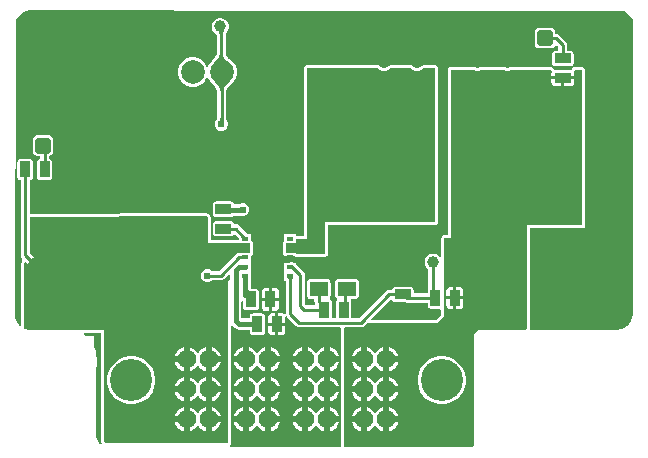
<source format=gtl>
G04*
G04 #@! TF.GenerationSoftware,Altium Limited,Altium Designer,23.5.1 (21)*
G04*
G04 Layer_Physical_Order=1*
G04 Layer_Color=255*
%FSLAX25Y25*%
%MOIN*%
G70*
G04*
G04 #@! TF.SameCoordinates,86227DCE-1063-40F1-909C-4B7B8863FCA1*
G04*
G04*
G04 #@! TF.FilePolarity,Positive*
G04*
G01*
G75*
%ADD13C,0.01000*%
G04:AMPARAMS|DCode=30|XSize=55.12mil|YSize=35.43mil|CornerRadius=2.66mil|HoleSize=0mil|Usage=FLASHONLY|Rotation=270.000|XOffset=0mil|YOffset=0mil|HoleType=Round|Shape=RoundedRectangle|*
%AMROUNDEDRECTD30*
21,1,0.05512,0.03012,0,0,270.0*
21,1,0.04980,0.03543,0,0,270.0*
1,1,0.00532,-0.01506,-0.02490*
1,1,0.00532,-0.01506,0.02490*
1,1,0.00532,0.01506,0.02490*
1,1,0.00532,0.01506,-0.02490*
%
%ADD30ROUNDEDRECTD30*%
G04:AMPARAMS|DCode=31|XSize=49.21mil|YSize=62.99mil|CornerRadius=4.92mil|HoleSize=0mil|Usage=FLASHONLY|Rotation=270.000|XOffset=0mil|YOffset=0mil|HoleType=Round|Shape=RoundedRectangle|*
%AMROUNDEDRECTD31*
21,1,0.04921,0.05315,0,0,270.0*
21,1,0.03937,0.06299,0,0,270.0*
1,1,0.00984,-0.02657,-0.01968*
1,1,0.00984,-0.02657,0.01968*
1,1,0.00984,0.02657,0.01968*
1,1,0.00984,0.02657,-0.01968*
%
%ADD31ROUNDEDRECTD31*%
G04:AMPARAMS|DCode=32|XSize=62.99mil|YSize=118.11mil|CornerRadius=4.72mil|HoleSize=0mil|Usage=FLASHONLY|Rotation=270.000|XOffset=0mil|YOffset=0mil|HoleType=Round|Shape=RoundedRectangle|*
%AMROUNDEDRECTD32*
21,1,0.06299,0.10866,0,0,270.0*
21,1,0.05354,0.11811,0,0,270.0*
1,1,0.00945,-0.05433,-0.02677*
1,1,0.00945,-0.05433,0.02677*
1,1,0.00945,0.05433,0.02677*
1,1,0.00945,0.05433,-0.02677*
%
%ADD32ROUNDEDRECTD32*%
G04:AMPARAMS|DCode=33|XSize=55.12mil|YSize=35.43mil|CornerRadius=2.66mil|HoleSize=0mil|Usage=FLASHONLY|Rotation=180.000|XOffset=0mil|YOffset=0mil|HoleType=Round|Shape=RoundedRectangle|*
%AMROUNDEDRECTD33*
21,1,0.05512,0.03012,0,0,180.0*
21,1,0.04980,0.03543,0,0,180.0*
1,1,0.00532,-0.02490,0.01506*
1,1,0.00532,0.02490,0.01506*
1,1,0.00532,0.02490,-0.01506*
1,1,0.00532,-0.02490,-0.01506*
%
%ADD33ROUNDEDRECTD33*%
G04:AMPARAMS|DCode=34|XSize=51.18mil|YSize=51.18mil|CornerRadius=5.12mil|HoleSize=0mil|Usage=FLASHONLY|Rotation=180.000|XOffset=0mil|YOffset=0mil|HoleType=Round|Shape=RoundedRectangle|*
%AMROUNDEDRECTD34*
21,1,0.05118,0.04095,0,0,180.0*
21,1,0.04095,0.05118,0,0,180.0*
1,1,0.01024,-0.02047,0.02047*
1,1,0.01024,0.02047,0.02047*
1,1,0.01024,0.02047,-0.02047*
1,1,0.01024,-0.02047,-0.02047*
%
%ADD34ROUNDEDRECTD34*%
%ADD35R,0.15748X0.15748*%
%ADD36R,0.09843X0.09055*%
%ADD37R,0.02362X0.01181*%
%ADD38R,0.10236X0.11811*%
%ADD39C,0.03937*%
G04:AMPARAMS|DCode=40|XSize=49.21mil|YSize=62.99mil|CornerRadius=4.92mil|HoleSize=0mil|Usage=FLASHONLY|Rotation=180.000|XOffset=0mil|YOffset=0mil|HoleType=Round|Shape=RoundedRectangle|*
%AMROUNDEDRECTD40*
21,1,0.04921,0.05315,0,0,180.0*
21,1,0.03937,0.06299,0,0,180.0*
1,1,0.00984,-0.01968,0.02657*
1,1,0.00984,0.01968,0.02657*
1,1,0.00984,0.01968,-0.02657*
1,1,0.00984,-0.01968,-0.02657*
%
%ADD40ROUNDEDRECTD40*%
%ADD41C,0.01800*%
%ADD42C,0.01700*%
%ADD43C,0.06142*%
%ADD44C,0.14016*%
%ADD45C,0.10000*%
%ADD46C,0.07874*%
%ADD47C,0.05000*%
%ADD48C,0.02400*%
%ADD49C,0.02800*%
G36*
X213900Y-140100D02*
X195500D01*
X195400Y-140000D01*
Y-174568D01*
X195046Y-174921D01*
X185203Y-174893D01*
X185150Y-174903D01*
X185097Y-174895D01*
X184570Y-174921D01*
X184423Y-174958D01*
X184272D01*
X184061Y-175000D01*
X179207D01*
X177832Y-176375D01*
Y-181569D01*
X177803Y-181688D01*
X177777Y-182216D01*
X177784Y-182268D01*
X177774Y-182320D01*
X177831Y-212947D01*
X177832Y-212954D01*
Y-213068D01*
X177790Y-213288D01*
X177706Y-213494D01*
X177584Y-213679D01*
X177427Y-213837D01*
X177243Y-213961D01*
X177243Y-213961D01*
X134839D01*
X134700Y-213519D01*
Y-180700D01*
X134540Y-174387D01*
X134889Y-174029D01*
X140300D01*
X140885Y-173913D01*
X141381Y-173581D01*
X142163Y-172800D01*
X165700D01*
X168000Y-170500D01*
Y-144239D01*
X170100D01*
Y-88400D01*
X178166D01*
X178539Y-88500D01*
X179461D01*
X179834Y-88400D01*
X188166D01*
X188539Y-88500D01*
X189461D01*
X189834Y-88400D01*
X203583D01*
X203850Y-88900D01*
X203818Y-88948D01*
X203719Y-89442D01*
Y-90448D01*
X207500D01*
X211281D01*
Y-89442D01*
X211182Y-88948D01*
X211150Y-88900D01*
X211418Y-88400D01*
X213900D01*
Y-140100D01*
D02*
G37*
G36*
X89100Y-137454D02*
Y-145800D01*
X89300Y-146000D01*
X100977D01*
X101129Y-146030D01*
X101720D01*
X101871Y-146000D01*
X103282D01*
Y-149409D01*
X102339D01*
X102305Y-149387D01*
X101720Y-149271D01*
X99500D01*
X98915Y-149387D01*
X98419Y-149719D01*
X92766Y-155371D01*
X90582D01*
X90246Y-155035D01*
X89438Y-154700D01*
X88562D01*
X87754Y-155035D01*
X87135Y-155654D01*
X86800Y-156462D01*
Y-157338D01*
X87135Y-158146D01*
X87754Y-158765D01*
X88562Y-159100D01*
X89438D01*
X90246Y-158765D01*
X90582Y-158429D01*
X93400D01*
X93985Y-158313D01*
X94481Y-157981D01*
X96152Y-156311D01*
X96614Y-156502D01*
Y-158200D01*
X96500D01*
X95900Y-158800D01*
Y-212600D01*
X55100D01*
X54700Y-212200D01*
Y-175000D01*
X43911D01*
X43824Y-174983D01*
X43673D01*
X43526Y-174946D01*
X42808Y-174911D01*
X42751Y-174919D01*
X42695Y-174908D01*
X29899Y-174993D01*
X29863Y-175000D01*
X29471D01*
X28491Y-174805D01*
X28000Y-174602D01*
Y-152616D01*
X28462Y-152425D01*
X30419Y-154381D01*
X30915Y-154713D01*
X31500Y-154829D01*
X32085Y-154713D01*
X32581Y-154381D01*
X32913Y-153885D01*
X33029Y-153300D01*
X32913Y-152715D01*
X32581Y-152219D01*
X29781Y-149418D01*
Y-137212D01*
X88746Y-137101D01*
X89100Y-137454D01*
D02*
G37*
G36*
X117585Y-157676D02*
X117500Y-157706D01*
X117425Y-157757D01*
X117360Y-157828D01*
X117305Y-157919D01*
X117260Y-158030D01*
X117225Y-158162D01*
X117200Y-158313D01*
X117185Y-158485D01*
X117180Y-158678D01*
X116180D01*
X116175Y-158485D01*
X116160Y-158313D01*
X116135Y-158162D01*
X116100Y-158030D01*
X116055Y-157919D01*
X116000Y-157828D01*
X115935Y-157757D01*
X115860Y-157706D01*
X115775Y-157676D01*
X115680Y-157666D01*
X117680D01*
X117585Y-157676D01*
D02*
G37*
G36*
X150696Y-164967D02*
X150706Y-165018D01*
X150942Y-165371D01*
X151294Y-165606D01*
X151710Y-165689D01*
X154782D01*
X154818Y-165713D01*
X155403Y-165829D01*
X162408D01*
Y-166790D01*
X162490Y-167206D01*
X162726Y-167559D01*
X163078Y-167794D01*
X163494Y-167877D01*
X166506D01*
X166980Y-168292D01*
Y-170078D01*
X165278Y-171780D01*
X143836D01*
X143644Y-171318D01*
X150154Y-164808D01*
X150696Y-164967D01*
D02*
G37*
G36*
X126573Y-68539D02*
X126574Y-68539D01*
X126575Y-68539D01*
X226461Y-68539D01*
X226900D01*
X227760Y-68711D01*
X228570Y-69046D01*
X229298Y-69533D01*
X229919Y-70153D01*
X230405Y-70882D01*
X230741Y-71692D01*
X230912Y-72552D01*
Y-72989D01*
X230882Y-169266D01*
X230882Y-169266D01*
X230882Y-169266D01*
Y-169832D01*
X230661Y-170941D01*
X230228Y-171986D01*
X229600Y-172927D01*
X228800Y-173726D01*
X227859Y-174355D01*
X226814Y-174788D01*
X225705Y-175008D01*
X225142D01*
X196829Y-174927D01*
X196425Y-174575D01*
X196420Y-174568D01*
Y-141120D01*
X213900D01*
X214290Y-141042D01*
X214621Y-140821D01*
X214842Y-140490D01*
X214920Y-140100D01*
Y-88400D01*
X214842Y-88010D01*
X214621Y-87679D01*
X214290Y-87458D01*
X213900Y-87380D01*
X211418D01*
X211271Y-87410D01*
X211122Y-87424D01*
X211077Y-87448D01*
X211027Y-87458D01*
X210903Y-87541D01*
X210771Y-87612D01*
X210739Y-87651D01*
X210697Y-87679D01*
X210613Y-87804D01*
X210518Y-87919D01*
X210257Y-88408D01*
X209990Y-88355D01*
X205010D01*
X204743Y-88408D01*
X204482Y-87919D01*
X204387Y-87804D01*
X204304Y-87679D01*
X204261Y-87651D01*
X204229Y-87612D01*
X204097Y-87541D01*
X203973Y-87458D01*
X203923Y-87448D01*
X203878Y-87424D01*
X203729Y-87410D01*
X203583Y-87380D01*
X189834D01*
X189703Y-87406D01*
X189570Y-87415D01*
X189327Y-87480D01*
X188673D01*
X188430Y-87415D01*
X188297Y-87406D01*
X188166Y-87380D01*
X179834D01*
X179703Y-87406D01*
X179570Y-87415D01*
X179326Y-87480D01*
X178674D01*
X178430Y-87415D01*
X178297Y-87406D01*
X178166Y-87380D01*
X170100D01*
X169710Y-87458D01*
X169379Y-87679D01*
X169158Y-88010D01*
X169080Y-88400D01*
Y-143220D01*
X168000D01*
X167610Y-143297D01*
X167279Y-143518D01*
X167058Y-143849D01*
X166980Y-144239D01*
Y-150579D01*
X166480Y-150713D01*
X166415Y-150600D01*
X165900Y-150085D01*
X165269Y-149720D01*
X164565Y-149531D01*
X163836D01*
X163131Y-149720D01*
X162500Y-150085D01*
X161985Y-150600D01*
X161620Y-151231D01*
X161432Y-151936D01*
Y-152664D01*
X161620Y-153369D01*
X161985Y-154000D01*
X162500Y-154515D01*
X162671Y-154614D01*
Y-161124D01*
X162490Y-161394D01*
X162408Y-161810D01*
Y-162771D01*
X157777D01*
Y-161591D01*
X157694Y-161175D01*
X157458Y-160822D01*
X157106Y-160587D01*
X156690Y-160504D01*
X151710D01*
X151294Y-160587D01*
X150942Y-160822D01*
X150706Y-161175D01*
X150628Y-161567D01*
X149704D01*
X149118Y-161683D01*
X148622Y-162015D01*
X139666Y-170971D01*
X137256D01*
X137004Y-170663D01*
Y-165683D01*
X136921Y-165267D01*
X136807Y-165096D01*
X137041Y-164596D01*
X138210D01*
X138715Y-164496D01*
X139142Y-164211D01*
X139428Y-163783D01*
X139528Y-163279D01*
Y-159342D01*
X139428Y-158838D01*
X139142Y-158411D01*
X138715Y-158125D01*
X138210Y-158025D01*
X132896D01*
X132391Y-158125D01*
X131964Y-158411D01*
X131678Y-158838D01*
X131578Y-159342D01*
Y-163279D01*
X131678Y-163783D01*
X131964Y-164211D01*
X132127Y-164320D01*
X132137Y-164914D01*
X132135Y-164916D01*
X131901Y-165267D01*
X131818Y-165683D01*
Y-170663D01*
X131566Y-170971D01*
X130760D01*
X130508Y-170663D01*
Y-165683D01*
X130425Y-165267D01*
X130189Y-164914D01*
X129889Y-164714D01*
X129810Y-164444D01*
X129778Y-164157D01*
X130028Y-163783D01*
X130128Y-163279D01*
Y-159342D01*
X130028Y-158838D01*
X129742Y-158411D01*
X129315Y-158125D01*
X128810Y-158025D01*
X123495D01*
X122991Y-158125D01*
X122564Y-158411D01*
X122278Y-158838D01*
X122178Y-159342D01*
Y-163279D01*
X122278Y-163783D01*
X122564Y-164211D01*
X122991Y-164496D01*
X123495Y-164596D01*
X124624D01*
Y-165427D01*
X124740Y-166012D01*
X124828Y-166143D01*
X124561Y-166643D01*
X121806D01*
X121529Y-166367D01*
Y-156679D01*
X121413Y-156094D01*
X121081Y-155597D01*
X118661Y-153177D01*
Y-152559D01*
X117890D01*
X117856Y-152537D01*
X117271Y-152420D01*
X116680D01*
X116095Y-152537D01*
X116061Y-152559D01*
X114699D01*
Y-155340D01*
X114699D01*
Y-155709D01*
X114699D01*
Y-157453D01*
X114666Y-157558D01*
X114671Y-157612D01*
X114661Y-157666D01*
X114689Y-157809D01*
X114699Y-157920D01*
Y-158490D01*
X115107D01*
X115151Y-158526D01*
Y-169494D01*
X115173Y-169605D01*
X114702Y-169800D01*
X114567Y-169597D01*
X114148Y-169317D01*
X113654Y-169219D01*
X112648D01*
Y-172500D01*
X114945D01*
Y-170510D01*
X114941Y-170491D01*
X115412Y-170296D01*
X115599Y-170576D01*
X118604Y-173581D01*
X119100Y-173913D01*
X119686Y-174029D01*
X133123D01*
X133481Y-174364D01*
X133521Y-174413D01*
X133680Y-180713D01*
Y-213499D01*
X133678Y-213522D01*
X133454Y-213873D01*
X133296Y-213998D01*
X96622Y-213921D01*
X96471Y-213421D01*
X96621Y-213321D01*
X96842Y-212990D01*
X96920Y-212600D01*
Y-173798D01*
X97420Y-173591D01*
X98162Y-174334D01*
X98774Y-174743D01*
X99496Y-174886D01*
X103059D01*
Y-175490D01*
X103142Y-175906D01*
X103378Y-176259D01*
X103730Y-176494D01*
X104146Y-176577D01*
X107158D01*
X107574Y-176494D01*
X107926Y-176259D01*
X108162Y-175906D01*
X108245Y-175490D01*
Y-170510D01*
X108162Y-170094D01*
X107926Y-169741D01*
X107574Y-169506D01*
X107158Y-169423D01*
X104146D01*
X103730Y-169506D01*
X103378Y-169741D01*
X103142Y-170094D01*
X103059Y-170510D01*
Y-171114D01*
X100386D01*
Y-165645D01*
X100886Y-165361D01*
X100959Y-165405D01*
Y-167290D01*
X101042Y-167706D01*
X101278Y-168059D01*
X101630Y-168294D01*
X102046Y-168377D01*
X105058D01*
X105474Y-168294D01*
X105826Y-168059D01*
X106062Y-167706D01*
X106144Y-167290D01*
Y-162310D01*
X106062Y-161894D01*
X105826Y-161541D01*
X105474Y-161306D01*
X105058Y-161223D01*
X103830D01*
X103606Y-160999D01*
Y-158490D01*
X103701D01*
Y-155709D01*
X103701D01*
Y-155340D01*
X103701D01*
Y-152691D01*
X103701Y-152559D01*
X103701D01*
Y-152190D01*
X103701D01*
Y-150332D01*
X104003Y-150130D01*
X104224Y-149800D01*
X104302Y-149409D01*
Y-146000D01*
X104224Y-145610D01*
X104003Y-145279D01*
X103701Y-145077D01*
Y-143110D01*
X102369D01*
X102120Y-142738D01*
X99489Y-140108D01*
X98993Y-139776D01*
X98408Y-139660D01*
X97900D01*
X97822Y-139267D01*
X97587Y-138915D01*
X97234Y-138679D01*
X96818Y-138596D01*
X91838D01*
X91422Y-138679D01*
X91070Y-138915D01*
X90834Y-139267D01*
X90751Y-139683D01*
Y-142695D01*
X90834Y-143111D01*
X91070Y-143463D01*
X91422Y-143699D01*
X91838Y-143781D01*
X96818D01*
X97234Y-143699D01*
X97587Y-143463D01*
X97677Y-143328D01*
X98272Y-143216D01*
X99520Y-144464D01*
X99546Y-144594D01*
X99229Y-144980D01*
X90120D01*
Y-137454D01*
X90119Y-137453D01*
X90120Y-137453D01*
X90080Y-137257D01*
X90042Y-137064D01*
X90042Y-137063D01*
X90042Y-137063D01*
X89932Y-136899D01*
X89821Y-136733D01*
X89820Y-136733D01*
X89820Y-136732D01*
X89466Y-136379D01*
X89466Y-136379D01*
X89466Y-136378D01*
X89299Y-136267D01*
X89135Y-136158D01*
X89135Y-136158D01*
X89135Y-136158D01*
X88937Y-136119D01*
X88745Y-136081D01*
X88745Y-136081D01*
X88744Y-136081D01*
X30135Y-136192D01*
X29781Y-135839D01*
Y-124972D01*
X30174Y-124894D01*
X30526Y-124659D01*
X30762Y-124306D01*
X30845Y-123890D01*
Y-118910D01*
X30762Y-118494D01*
X30526Y-118141D01*
X30174Y-117906D01*
X29758Y-117823D01*
X26746D01*
X26330Y-117906D01*
X25978Y-118141D01*
X25742Y-118494D01*
X25659Y-118910D01*
Y-123890D01*
X25742Y-124306D01*
X25978Y-124659D01*
X26330Y-124894D01*
X26723Y-124972D01*
Y-150052D01*
X26839Y-150637D01*
X27171Y-151133D01*
X27310Y-151273D01*
X27279Y-151895D01*
X27058Y-152226D01*
X26980Y-152616D01*
Y-173372D01*
X26480Y-173580D01*
X26126Y-173225D01*
X25592Y-172426D01*
X25225Y-171539D01*
X25038Y-170597D01*
Y-170118D01*
X25074Y-73380D01*
X25074Y-73380D01*
X25074Y-73379D01*
Y-72892D01*
X25264Y-71938D01*
X25637Y-71038D01*
X26177Y-70229D01*
X26866Y-69541D01*
X27675Y-69000D01*
X28575Y-68627D01*
X29530Y-68437D01*
X30014D01*
X126573Y-68539D01*
D02*
G37*
G36*
X53680Y-212200D02*
X53758Y-212590D01*
X53866Y-212752D01*
X53506Y-213113D01*
X53365Y-213019D01*
X52856Y-212509D01*
X52455Y-211910D01*
X52180Y-211245D01*
X52039Y-210538D01*
Y-210177D01*
X52039Y-210177D01*
X52039Y-210177D01*
X52039Y-190220D01*
X52076Y-184290D01*
X52065Y-184233D01*
X52074Y-184177D01*
X52039Y-183458D01*
X52002Y-183312D01*
Y-183160D01*
X51722Y-181751D01*
X51645Y-181566D01*
X51606Y-181369D01*
X51100Y-180148D01*
Y-177000D01*
X48575D01*
X48491Y-176916D01*
X47898Y-176520D01*
X48050Y-176020D01*
X53680D01*
Y-212200D01*
D02*
G37*
%LPC*%
G36*
X211281Y-91448D02*
X208000D01*
Y-93744D01*
X209990D01*
X210484Y-93646D01*
X210903Y-93366D01*
X211182Y-92948D01*
X211281Y-92454D01*
Y-91448D01*
D02*
G37*
G36*
X207000D02*
X203719D01*
Y-92454D01*
X203818Y-92948D01*
X204097Y-93366D01*
X204516Y-93646D01*
X205010Y-93744D01*
X207000D01*
Y-91448D01*
D02*
G37*
G36*
X173002Y-160519D02*
X171996D01*
Y-163800D01*
X174293D01*
Y-161810D01*
X174194Y-161316D01*
X173915Y-160897D01*
X173496Y-160617D01*
X173002Y-160519D01*
D02*
G37*
G36*
X170996D02*
X169990D01*
X169496Y-160617D01*
X169078Y-160897D01*
X168798Y-161316D01*
X168700Y-161810D01*
Y-163800D01*
X170996D01*
Y-160519D01*
D02*
G37*
G36*
X174293Y-164800D02*
X171996D01*
Y-168081D01*
X173002D01*
X173496Y-167982D01*
X173915Y-167703D01*
X174194Y-167284D01*
X174293Y-166790D01*
Y-164800D01*
D02*
G37*
G36*
X170996D02*
X168700D01*
Y-166790D01*
X168798Y-167284D01*
X169078Y-167703D01*
X169496Y-167982D01*
X169990Y-168081D01*
X170996D01*
Y-164800D01*
D02*
G37*
G36*
X147600Y-180754D02*
X147029Y-180907D01*
X146100Y-181442D01*
X145343Y-182200D01*
X145149Y-182535D01*
X144649D01*
X144456Y-182200D01*
X143698Y-181442D01*
X142770Y-180907D01*
X142198Y-180754D01*
Y-184700D01*
Y-188646D01*
X142770Y-188493D01*
X143698Y-187958D01*
X144456Y-187200D01*
X144649Y-186865D01*
X145149D01*
X145343Y-187200D01*
X146100Y-187958D01*
X147029Y-188493D01*
X147600Y-188646D01*
Y-184700D01*
Y-180754D01*
D02*
G37*
G36*
X149600D02*
Y-183700D01*
X152547D01*
X152393Y-183129D01*
X151857Y-182200D01*
X151100Y-181442D01*
X150171Y-180907D01*
X149600Y-180754D01*
D02*
G37*
G36*
X140198D02*
X139627Y-180907D01*
X138699Y-181442D01*
X137941Y-182200D01*
X137405Y-183129D01*
X137252Y-183700D01*
X140198D01*
Y-180754D01*
D02*
G37*
G36*
X152547Y-185700D02*
X149600D01*
Y-188646D01*
X150171Y-188493D01*
X151100Y-187958D01*
X151857Y-187200D01*
X152393Y-186271D01*
X152547Y-185700D01*
D02*
G37*
G36*
X140198D02*
X137252D01*
X137405Y-186271D01*
X137941Y-187200D01*
X138699Y-187958D01*
X139627Y-188493D01*
X140198Y-188646D01*
Y-185700D01*
D02*
G37*
G36*
X147600Y-190753D02*
X147029Y-190907D01*
X146100Y-191443D01*
X145343Y-192200D01*
X145149Y-192535D01*
X144649D01*
X144456Y-192200D01*
X143698Y-191443D01*
X142770Y-190907D01*
X142198Y-190753D01*
Y-194700D01*
Y-198646D01*
X142770Y-198493D01*
X143698Y-197958D01*
X144456Y-197200D01*
X144649Y-196865D01*
X145149D01*
X145343Y-197200D01*
X146100Y-197958D01*
X147029Y-198493D01*
X147600Y-198646D01*
Y-194700D01*
Y-190753D01*
D02*
G37*
G36*
X149600D02*
Y-193700D01*
X152547D01*
X152393Y-193129D01*
X151857Y-192200D01*
X151100Y-191443D01*
X150171Y-190907D01*
X149600Y-190753D01*
D02*
G37*
G36*
X140198D02*
X139627Y-190907D01*
X138699Y-191443D01*
X137941Y-192200D01*
X137405Y-193129D01*
X137252Y-193700D01*
X140198D01*
Y-190753D01*
D02*
G37*
G36*
X152547Y-195700D02*
X149600D01*
Y-198646D01*
X150171Y-198493D01*
X151100Y-197958D01*
X151857Y-197200D01*
X152393Y-196271D01*
X152547Y-195700D01*
D02*
G37*
G36*
X140198D02*
X137252D01*
X137405Y-196271D01*
X137941Y-197200D01*
X138699Y-197958D01*
X139627Y-198493D01*
X140198Y-198646D01*
Y-195700D01*
D02*
G37*
G36*
X167893Y-183700D02*
X166315D01*
X164768Y-184008D01*
X163311Y-184611D01*
X161999Y-185488D01*
X160884Y-186603D01*
X160007Y-187915D01*
X159404Y-189372D01*
X159096Y-190919D01*
Y-192497D01*
X159404Y-194044D01*
X160007Y-195501D01*
X160884Y-196813D01*
X161999Y-197928D01*
X163311Y-198804D01*
X164768Y-199408D01*
X166315Y-199716D01*
X167893D01*
X169440Y-199408D01*
X170897Y-198804D01*
X172209Y-197928D01*
X173324Y-196813D01*
X174200Y-195501D01*
X174804Y-194044D01*
X175112Y-192497D01*
Y-190919D01*
X174804Y-189372D01*
X174200Y-187915D01*
X173324Y-186603D01*
X172209Y-185488D01*
X170897Y-184611D01*
X169440Y-184008D01*
X167893Y-183700D01*
D02*
G37*
G36*
X147600Y-200753D02*
X147029Y-200907D01*
X146100Y-201443D01*
X145343Y-202200D01*
X145149Y-202535D01*
X144649D01*
X144456Y-202200D01*
X143698Y-201443D01*
X142770Y-200907D01*
X142198Y-200753D01*
Y-204700D01*
Y-208646D01*
X142770Y-208493D01*
X143698Y-207958D01*
X144456Y-207200D01*
X144649Y-206865D01*
X145149D01*
X145343Y-207200D01*
X146100Y-207958D01*
X147029Y-208493D01*
X147600Y-208646D01*
Y-204700D01*
Y-200753D01*
D02*
G37*
G36*
X149600D02*
Y-203700D01*
X152547D01*
X152393Y-203129D01*
X151857Y-202200D01*
X151100Y-201443D01*
X150171Y-200907D01*
X149600Y-200753D01*
D02*
G37*
G36*
X140198D02*
X139627Y-200907D01*
X138699Y-201443D01*
X137941Y-202200D01*
X137405Y-203129D01*
X137252Y-203700D01*
X140198D01*
Y-200753D01*
D02*
G37*
G36*
X152547Y-205700D02*
X149600D01*
Y-208646D01*
X150171Y-208493D01*
X151100Y-207958D01*
X151857Y-207200D01*
X152393Y-206271D01*
X152547Y-205700D01*
D02*
G37*
G36*
X140198D02*
X137252D01*
X137405Y-206271D01*
X137941Y-207200D01*
X138699Y-207958D01*
X139627Y-208493D01*
X140198Y-208646D01*
Y-205700D01*
D02*
G37*
G36*
X88545Y-180754D02*
X87974Y-180907D01*
X87045Y-181442D01*
X86287Y-182200D01*
X86094Y-182535D01*
X85594D01*
X85401Y-182200D01*
X84643Y-181442D01*
X83715Y-180907D01*
X83143Y-180754D01*
Y-184700D01*
Y-188646D01*
X83715Y-188493D01*
X84643Y-187958D01*
X85401Y-187200D01*
X85594Y-186865D01*
X86094D01*
X86287Y-187200D01*
X87045Y-187958D01*
X87974Y-188493D01*
X88545Y-188646D01*
Y-184700D01*
Y-180754D01*
D02*
G37*
G36*
X90545D02*
Y-183700D01*
X93491D01*
X93338Y-183129D01*
X92802Y-182200D01*
X92044Y-181442D01*
X91116Y-180907D01*
X90545Y-180754D01*
D02*
G37*
G36*
X81143D02*
X80572Y-180907D01*
X79644Y-181442D01*
X78886Y-182200D01*
X78350Y-183129D01*
X78197Y-183700D01*
X81143D01*
Y-180754D01*
D02*
G37*
G36*
X93491Y-185700D02*
X90545D01*
Y-188646D01*
X91116Y-188493D01*
X92044Y-187958D01*
X92802Y-187200D01*
X93338Y-186271D01*
X93491Y-185700D01*
D02*
G37*
G36*
X81143D02*
X78197D01*
X78350Y-186271D01*
X78886Y-187200D01*
X79644Y-187958D01*
X80572Y-188493D01*
X81143Y-188646D01*
Y-185700D01*
D02*
G37*
G36*
X88545Y-190753D02*
X87974Y-190907D01*
X87045Y-191443D01*
X86287Y-192200D01*
X86094Y-192535D01*
X85594D01*
X85401Y-192200D01*
X84643Y-191443D01*
X83715Y-190907D01*
X83143Y-190753D01*
Y-194700D01*
Y-198646D01*
X83715Y-198493D01*
X84643Y-197958D01*
X85401Y-197200D01*
X85594Y-196865D01*
X86094D01*
X86287Y-197200D01*
X87045Y-197958D01*
X87974Y-198493D01*
X88545Y-198646D01*
Y-194700D01*
Y-190753D01*
D02*
G37*
G36*
X90545D02*
Y-193700D01*
X93491D01*
X93338Y-193129D01*
X92802Y-192200D01*
X92044Y-191443D01*
X91116Y-190907D01*
X90545Y-190753D01*
D02*
G37*
G36*
X81143D02*
X80572Y-190907D01*
X79644Y-191443D01*
X78886Y-192200D01*
X78350Y-193129D01*
X78197Y-193700D01*
X81143D01*
Y-190753D01*
D02*
G37*
G36*
X93491Y-195700D02*
X90545D01*
Y-198646D01*
X91116Y-198493D01*
X92044Y-197958D01*
X92802Y-197200D01*
X93338Y-196271D01*
X93491Y-195700D01*
D02*
G37*
G36*
X81143D02*
X78197D01*
X78350Y-196271D01*
X78886Y-197200D01*
X79644Y-197958D01*
X80572Y-198493D01*
X81143Y-198646D01*
Y-195700D01*
D02*
G37*
G36*
X64428Y-183700D02*
X62851D01*
X61304Y-184008D01*
X59846Y-184611D01*
X58535Y-185488D01*
X57419Y-186603D01*
X56543Y-187915D01*
X55939Y-189372D01*
X55632Y-190919D01*
Y-192497D01*
X55939Y-194044D01*
X56543Y-195501D01*
X57419Y-196813D01*
X58535Y-197928D01*
X59846Y-198804D01*
X61304Y-199408D01*
X62851Y-199716D01*
X64428D01*
X65975Y-199408D01*
X67432Y-198804D01*
X68744Y-197928D01*
X69859Y-196813D01*
X70736Y-195501D01*
X71339Y-194044D01*
X71647Y-192497D01*
Y-190919D01*
X71339Y-189372D01*
X70736Y-187915D01*
X69859Y-186603D01*
X68744Y-185488D01*
X67432Y-184611D01*
X65975Y-184008D01*
X64428Y-183700D01*
D02*
G37*
G36*
X88545Y-200753D02*
X87974Y-200907D01*
X87045Y-201443D01*
X86287Y-202200D01*
X86094Y-202535D01*
X85594D01*
X85401Y-202200D01*
X84643Y-201443D01*
X83715Y-200907D01*
X83143Y-200753D01*
Y-204700D01*
Y-208646D01*
X83715Y-208493D01*
X84643Y-207958D01*
X85401Y-207200D01*
X85594Y-206865D01*
X86094D01*
X86287Y-207200D01*
X87045Y-207958D01*
X87974Y-208493D01*
X88545Y-208646D01*
Y-204700D01*
Y-200753D01*
D02*
G37*
G36*
X90545D02*
Y-203700D01*
X93491D01*
X93338Y-203129D01*
X92802Y-202200D01*
X92044Y-201443D01*
X91116Y-200907D01*
X90545Y-200753D01*
D02*
G37*
G36*
X81143D02*
X80572Y-200907D01*
X79644Y-201443D01*
X78886Y-202200D01*
X78350Y-203129D01*
X78197Y-203700D01*
X81143D01*
Y-200753D01*
D02*
G37*
G36*
X93491Y-205700D02*
X90545D01*
Y-208646D01*
X91116Y-208493D01*
X92044Y-207958D01*
X92802Y-207200D01*
X93338Y-206271D01*
X93491Y-205700D01*
D02*
G37*
G36*
X81143D02*
X78197D01*
X78350Y-206271D01*
X78886Y-207200D01*
X79644Y-207958D01*
X80572Y-208493D01*
X81143Y-208646D01*
Y-205700D01*
D02*
G37*
G36*
X203615Y-74315D02*
X199521D01*
X199009Y-74417D01*
X198575Y-74707D01*
X198285Y-75141D01*
X198183Y-75653D01*
Y-79747D01*
X198285Y-80259D01*
X198575Y-80693D01*
X199009Y-80983D01*
X199521Y-81085D01*
X203615D01*
X204127Y-80983D01*
X204561Y-80693D01*
X204851Y-80259D01*
X204852Y-80252D01*
X205395Y-80088D01*
X205971Y-80664D01*
Y-81859D01*
X205010D01*
X204594Y-81942D01*
X204241Y-82178D01*
X204006Y-82530D01*
X203923Y-82946D01*
Y-85958D01*
X204006Y-86374D01*
X204241Y-86726D01*
X204594Y-86962D01*
X205010Y-87045D01*
X209990D01*
X210406Y-86962D01*
X210758Y-86726D01*
X210994Y-86374D01*
X211077Y-85958D01*
Y-82946D01*
X210994Y-82530D01*
X210758Y-82178D01*
X210406Y-81942D01*
X209990Y-81859D01*
X209029D01*
Y-80031D01*
X208913Y-79445D01*
X208581Y-78949D01*
X206251Y-76619D01*
X205755Y-76287D01*
X205169Y-76171D01*
X204953D01*
Y-75653D01*
X204851Y-75141D01*
X204561Y-74707D01*
X204127Y-74417D01*
X203615Y-74315D01*
D02*
G37*
G36*
X93664Y-71031D02*
X92936D01*
X92231Y-71220D01*
X91600Y-71585D01*
X91085Y-72100D01*
X90720Y-72731D01*
X90531Y-73435D01*
Y-74164D01*
X90720Y-74869D01*
X91085Y-75500D01*
X91600Y-76015D01*
X91687Y-76066D01*
X91694Y-76077D01*
X91734Y-76181D01*
X91795Y-76246D01*
X91842Y-76323D01*
X91931Y-76389D01*
X92007Y-76470D01*
X92087Y-76506D01*
X92097Y-76562D01*
X92099Y-76589D01*
Y-82854D01*
X92098Y-82867D01*
X92065Y-83007D01*
X91992Y-83207D01*
X91875Y-83458D01*
X91712Y-83753D01*
X91512Y-84071D01*
X90587Y-85309D01*
X90197Y-85772D01*
X90188Y-85788D01*
X90007Y-85969D01*
X89357Y-87094D01*
X89286Y-87358D01*
X88786D01*
X88715Y-87094D01*
X88065Y-85969D01*
X87146Y-85049D01*
X86021Y-84399D01*
X84765Y-84063D01*
X83465D01*
X82209Y-84399D01*
X81084Y-85049D01*
X80164Y-85969D01*
X79514Y-87094D01*
X79178Y-88350D01*
Y-89650D01*
X79514Y-90906D01*
X80164Y-92031D01*
X81084Y-92951D01*
X82209Y-93601D01*
X83465Y-93937D01*
X84765D01*
X86021Y-93601D01*
X87146Y-92951D01*
X88065Y-92031D01*
X88715Y-90906D01*
X88786Y-90642D01*
X89286D01*
X89357Y-90906D01*
X90007Y-92031D01*
X90288Y-92312D01*
X90322Y-92369D01*
X90730Y-92819D01*
X91077Y-93224D01*
X91655Y-93979D01*
X91860Y-94290D01*
X92024Y-94575D01*
X92141Y-94818D01*
X92214Y-95014D01*
X92248Y-95155D01*
X92249Y-95174D01*
Y-104539D01*
X91735Y-105054D01*
X91400Y-105862D01*
Y-106738D01*
X91735Y-107546D01*
X92354Y-108165D01*
X93162Y-108500D01*
X94038D01*
X94846Y-108165D01*
X95465Y-107546D01*
X95800Y-106738D01*
Y-105862D01*
X95465Y-105054D01*
X95369Y-104958D01*
X95366Y-104953D01*
X95358Y-104940D01*
X95349Y-104922D01*
X95340Y-104898D01*
X95330Y-104867D01*
X95320Y-104829D01*
X95314Y-104796D01*
X95308Y-104732D01*
Y-95217D01*
X95311Y-95187D01*
X95345Y-95047D01*
X95417Y-94862D01*
X95533Y-94638D01*
X95697Y-94379D01*
X95910Y-94090D01*
X96166Y-93784D01*
X96858Y-93068D01*
X96978Y-92957D01*
X96989Y-92951D01*
X97036Y-92903D01*
X97275Y-92682D01*
X97323Y-92616D01*
X97908Y-92031D01*
X98558Y-90906D01*
X98895Y-89650D01*
Y-88350D01*
X98558Y-87094D01*
X97908Y-85969D01*
X97150Y-85211D01*
X97147Y-85207D01*
X97139Y-85199D01*
X96989Y-85049D01*
X96937Y-85019D01*
X96330Y-84478D01*
X96022Y-84165D01*
X95757Y-83865D01*
X95544Y-83590D01*
X95381Y-83342D01*
X95266Y-83126D01*
X95196Y-82947D01*
X95161Y-82808D01*
X95158Y-82774D01*
Y-76382D01*
X95160Y-76356D01*
X95173Y-76267D01*
X95188Y-76196D01*
X95204Y-76144D01*
X95218Y-76108D01*
X95228Y-76088D01*
X95233Y-76081D01*
X95272Y-76043D01*
X95329Y-75963D01*
X95400Y-75895D01*
X95442Y-75802D01*
X95501Y-75718D01*
X95523Y-75622D01*
X95563Y-75532D01*
X95566Y-75430D01*
X95572Y-75401D01*
X95880Y-74869D01*
X96069Y-74164D01*
Y-73435D01*
X95880Y-72731D01*
X95515Y-72100D01*
X95000Y-71585D01*
X94369Y-71220D01*
X93664Y-71031D01*
D02*
G37*
G36*
X164800Y-86680D02*
X161250D01*
X160860Y-86758D01*
X160529Y-86979D01*
X160523Y-86985D01*
X159957Y-87311D01*
X159327Y-87480D01*
X158674D01*
X158043Y-87311D01*
X157477Y-86985D01*
X157471Y-86979D01*
X157140Y-86758D01*
X156750Y-86680D01*
X150250D01*
X149860Y-86758D01*
X149529Y-86979D01*
X149523Y-86985D01*
X148957Y-87311D01*
X148327Y-87480D01*
X147673D01*
X147043Y-87311D01*
X146477Y-86985D01*
X146471Y-86979D01*
X146140Y-86758D01*
X145750Y-86680D01*
X122200D01*
X121810Y-86758D01*
X121479Y-86979D01*
X121258Y-87310D01*
X121180Y-87700D01*
Y-143561D01*
X118661D01*
Y-143110D01*
X114699D01*
Y-144969D01*
X114397Y-145170D01*
X114176Y-145501D01*
X114099Y-145891D01*
Y-149409D01*
X114176Y-149800D01*
X114397Y-150130D01*
X114728Y-150351D01*
X115118Y-150429D01*
X118332D01*
X118661Y-150495D01*
X128300D01*
X128690Y-150417D01*
X129021Y-150196D01*
X129242Y-149865D01*
X129320Y-149475D01*
X129320Y-140020D01*
X164800D01*
X165190Y-139942D01*
X165521Y-139721D01*
X165742Y-139390D01*
X165820Y-139000D01*
Y-87700D01*
X165742Y-87310D01*
X165521Y-86979D01*
X165190Y-86758D01*
X164800Y-86680D01*
D02*
G37*
G36*
X36313Y-110115D02*
X32219D01*
X31707Y-110217D01*
X31273Y-110507D01*
X30983Y-110941D01*
X30881Y-111453D01*
Y-115547D01*
X30983Y-116059D01*
X31273Y-116493D01*
X31707Y-116783D01*
X32219Y-116885D01*
X33219D01*
Y-117828D01*
X32826Y-117906D01*
X32474Y-118141D01*
X32238Y-118494D01*
X32155Y-118910D01*
Y-123890D01*
X32238Y-124306D01*
X32474Y-124659D01*
X32826Y-124894D01*
X33242Y-124977D01*
X36254D01*
X36670Y-124894D01*
X37022Y-124659D01*
X37258Y-124306D01*
X37341Y-123890D01*
Y-118910D01*
X37258Y-118494D01*
X37022Y-118141D01*
X36670Y-117906D01*
X36277Y-117828D01*
Y-116885D01*
X36313D01*
X36825Y-116783D01*
X37259Y-116493D01*
X37549Y-116059D01*
X37651Y-115547D01*
Y-111453D01*
X37549Y-110941D01*
X37259Y-110507D01*
X36825Y-110217D01*
X36313Y-110115D01*
D02*
G37*
G36*
X96818Y-132100D02*
X91838D01*
X91422Y-132183D01*
X91070Y-132419D01*
X90834Y-132771D01*
X90751Y-133187D01*
Y-136199D01*
X90834Y-136615D01*
X91070Y-136967D01*
X91422Y-137203D01*
X91838Y-137285D01*
X96818D01*
X97234Y-137203D01*
X97587Y-136967D01*
X97673Y-136837D01*
X99728D01*
X100362Y-137100D01*
X101238D01*
X102046Y-136765D01*
X102665Y-136146D01*
X103000Y-135338D01*
Y-134462D01*
X102665Y-133654D01*
X102046Y-133035D01*
X101238Y-132700D01*
X100362D01*
X99728Y-132963D01*
X97860D01*
X97822Y-132771D01*
X97587Y-132419D01*
X97234Y-132183D01*
X96818Y-132100D01*
D02*
G37*
G36*
X111554Y-161019D02*
X110548D01*
Y-164300D01*
X112845D01*
Y-162310D01*
X112746Y-161816D01*
X112467Y-161397D01*
X112048Y-161117D01*
X111554Y-161019D01*
D02*
G37*
G36*
X109548D02*
X108542D01*
X108048Y-161117D01*
X107630Y-161397D01*
X107350Y-161816D01*
X107252Y-162310D01*
Y-164300D01*
X109548D01*
Y-161019D01*
D02*
G37*
G36*
X112845Y-165300D02*
X110548D01*
Y-168581D01*
X111554D01*
X112048Y-168482D01*
X112467Y-168203D01*
X112746Y-167784D01*
X112845Y-167290D01*
Y-165300D01*
D02*
G37*
G36*
X109548D02*
X107252D01*
Y-167290D01*
X107350Y-167784D01*
X107630Y-168203D01*
X108048Y-168482D01*
X108542Y-168581D01*
X109548D01*
Y-165300D01*
D02*
G37*
G36*
X111648Y-169219D02*
X110642D01*
X110148Y-169317D01*
X109730Y-169597D01*
X109450Y-170016D01*
X109352Y-170510D01*
Y-172500D01*
X111648D01*
Y-169219D01*
D02*
G37*
G36*
X114945Y-173500D02*
X112648D01*
Y-176781D01*
X113654D01*
X114148Y-176682D01*
X114567Y-176403D01*
X114846Y-175984D01*
X114945Y-175490D01*
Y-173500D01*
D02*
G37*
G36*
X111648D02*
X109352D01*
Y-175490D01*
X109450Y-175984D01*
X109730Y-176403D01*
X110148Y-176682D01*
X110642Y-176781D01*
X111648D01*
Y-173500D01*
D02*
G37*
G36*
X127915Y-180754D02*
X127344Y-180907D01*
X126415Y-181442D01*
X125657Y-182200D01*
X125464Y-182535D01*
X124964D01*
X124771Y-182200D01*
X124013Y-181442D01*
X123085Y-180907D01*
X122513Y-180754D01*
Y-184700D01*
Y-188646D01*
X123085Y-188493D01*
X124013Y-187958D01*
X124771Y-187200D01*
X124964Y-186865D01*
X125464D01*
X125657Y-187200D01*
X126415Y-187958D01*
X127344Y-188493D01*
X127915Y-188646D01*
Y-184700D01*
Y-180754D01*
D02*
G37*
G36*
X108230D02*
X107659Y-180907D01*
X106730Y-181442D01*
X105972Y-182200D01*
X105779Y-182535D01*
X105279D01*
X105086Y-182200D01*
X104328Y-181442D01*
X103400Y-180907D01*
X102828Y-180754D01*
Y-184700D01*
Y-188646D01*
X103400Y-188493D01*
X104328Y-187958D01*
X105086Y-187200D01*
X105279Y-186865D01*
X105779D01*
X105972Y-187200D01*
X106730Y-187958D01*
X107659Y-188493D01*
X108230Y-188646D01*
Y-184700D01*
Y-180754D01*
D02*
G37*
G36*
X129915D02*
Y-183700D01*
X132861D01*
X132708Y-183129D01*
X132173Y-182200D01*
X131414Y-181442D01*
X130486Y-180907D01*
X129915Y-180754D01*
D02*
G37*
G36*
X120513D02*
X119942Y-180907D01*
X119014Y-181442D01*
X118256Y-182200D01*
X117720Y-183129D01*
X117567Y-183700D01*
X120513D01*
Y-180754D01*
D02*
G37*
G36*
X110230D02*
Y-183700D01*
X113176D01*
X113023Y-183129D01*
X112487Y-182200D01*
X111730Y-181442D01*
X110801Y-180907D01*
X110230Y-180754D01*
D02*
G37*
G36*
X100828D02*
X100257Y-180907D01*
X99329Y-181442D01*
X98571Y-182200D01*
X98035Y-183129D01*
X97882Y-183700D01*
X100828D01*
Y-180754D01*
D02*
G37*
G36*
X132861Y-185700D02*
X129915D01*
Y-188646D01*
X130486Y-188493D01*
X131414Y-187958D01*
X132173Y-187200D01*
X132708Y-186271D01*
X132861Y-185700D01*
D02*
G37*
G36*
X120513D02*
X117567D01*
X117720Y-186271D01*
X118256Y-187200D01*
X119014Y-187958D01*
X119942Y-188493D01*
X120513Y-188646D01*
Y-185700D01*
D02*
G37*
G36*
X113176D02*
X110230D01*
Y-188646D01*
X110801Y-188493D01*
X111730Y-187958D01*
X112487Y-187200D01*
X113023Y-186271D01*
X113176Y-185700D01*
D02*
G37*
G36*
X100828D02*
X97882D01*
X98035Y-186271D01*
X98571Y-187200D01*
X99329Y-187958D01*
X100257Y-188493D01*
X100828Y-188646D01*
Y-185700D01*
D02*
G37*
G36*
X127915Y-190753D02*
X127344Y-190907D01*
X126415Y-191443D01*
X125657Y-192200D01*
X125464Y-192535D01*
X124964D01*
X124771Y-192200D01*
X124013Y-191443D01*
X123085Y-190907D01*
X122513Y-190753D01*
Y-194700D01*
Y-198646D01*
X123085Y-198493D01*
X124013Y-197958D01*
X124771Y-197200D01*
X124964Y-196865D01*
X125464D01*
X125657Y-197200D01*
X126415Y-197958D01*
X127344Y-198493D01*
X127915Y-198646D01*
Y-194700D01*
Y-190753D01*
D02*
G37*
G36*
X108230D02*
X107659Y-190907D01*
X106730Y-191443D01*
X105972Y-192200D01*
X105779Y-192535D01*
X105279D01*
X105086Y-192200D01*
X104328Y-191443D01*
X103400Y-190907D01*
X102828Y-190753D01*
Y-194700D01*
Y-198646D01*
X103400Y-198493D01*
X104328Y-197958D01*
X105086Y-197200D01*
X105279Y-196865D01*
X105779D01*
X105972Y-197200D01*
X106730Y-197958D01*
X107659Y-198493D01*
X108230Y-198646D01*
Y-194700D01*
Y-190753D01*
D02*
G37*
G36*
X129915D02*
Y-193700D01*
X132861D01*
X132708Y-193129D01*
X132173Y-192200D01*
X131414Y-191443D01*
X130486Y-190907D01*
X129915Y-190753D01*
D02*
G37*
G36*
X120513D02*
X119942Y-190907D01*
X119014Y-191443D01*
X118256Y-192200D01*
X117720Y-193129D01*
X117567Y-193700D01*
X120513D01*
Y-190753D01*
D02*
G37*
G36*
X110230D02*
Y-193700D01*
X113176D01*
X113023Y-193129D01*
X112487Y-192200D01*
X111730Y-191443D01*
X110801Y-190907D01*
X110230Y-190753D01*
D02*
G37*
G36*
X100828D02*
X100257Y-190907D01*
X99329Y-191443D01*
X98571Y-192200D01*
X98035Y-193129D01*
X97882Y-193700D01*
X100828D01*
Y-190753D01*
D02*
G37*
G36*
X132861Y-195700D02*
X129915D01*
Y-198646D01*
X130486Y-198493D01*
X131414Y-197958D01*
X132173Y-197200D01*
X132708Y-196271D01*
X132861Y-195700D01*
D02*
G37*
G36*
X120513D02*
X117567D01*
X117720Y-196271D01*
X118256Y-197200D01*
X119014Y-197958D01*
X119942Y-198493D01*
X120513Y-198646D01*
Y-195700D01*
D02*
G37*
G36*
X113176D02*
X110230D01*
Y-198646D01*
X110801Y-198493D01*
X111730Y-197958D01*
X112487Y-197200D01*
X113023Y-196271D01*
X113176Y-195700D01*
D02*
G37*
G36*
X100828D02*
X97882D01*
X98035Y-196271D01*
X98571Y-197200D01*
X99329Y-197958D01*
X100257Y-198493D01*
X100828Y-198646D01*
Y-195700D01*
D02*
G37*
G36*
X127915Y-200753D02*
X127344Y-200907D01*
X126415Y-201443D01*
X125657Y-202200D01*
X125464Y-202535D01*
X124964D01*
X124771Y-202200D01*
X124013Y-201443D01*
X123085Y-200907D01*
X122513Y-200753D01*
Y-204700D01*
Y-208646D01*
X123085Y-208493D01*
X124013Y-207958D01*
X124771Y-207200D01*
X124964Y-206865D01*
X125464D01*
X125657Y-207200D01*
X126415Y-207958D01*
X127344Y-208493D01*
X127915Y-208646D01*
Y-204700D01*
Y-200753D01*
D02*
G37*
G36*
X108230D02*
X107659Y-200907D01*
X106730Y-201443D01*
X105972Y-202200D01*
X105779Y-202535D01*
X105279D01*
X105086Y-202200D01*
X104328Y-201443D01*
X103400Y-200907D01*
X102828Y-200753D01*
Y-204700D01*
Y-208646D01*
X103400Y-208493D01*
X104328Y-207958D01*
X105086Y-207200D01*
X105279Y-206865D01*
X105779D01*
X105972Y-207200D01*
X106730Y-207958D01*
X107659Y-208493D01*
X108230Y-208646D01*
Y-204700D01*
Y-200753D01*
D02*
G37*
G36*
X129915D02*
Y-203700D01*
X132861D01*
X132708Y-203129D01*
X132173Y-202200D01*
X131414Y-201443D01*
X130486Y-200907D01*
X129915Y-200753D01*
D02*
G37*
G36*
X120513D02*
X119942Y-200907D01*
X119014Y-201443D01*
X118256Y-202200D01*
X117720Y-203129D01*
X117567Y-203700D01*
X120513D01*
Y-200753D01*
D02*
G37*
G36*
X110230D02*
Y-203700D01*
X113176D01*
X113023Y-203129D01*
X112487Y-202200D01*
X111730Y-201443D01*
X110801Y-200907D01*
X110230Y-200753D01*
D02*
G37*
G36*
X100828D02*
X100257Y-200907D01*
X99329Y-201443D01*
X98571Y-202200D01*
X98035Y-203129D01*
X97882Y-203700D01*
X100828D01*
Y-200753D01*
D02*
G37*
G36*
X132861Y-205700D02*
X129915D01*
Y-208646D01*
X130486Y-208493D01*
X131414Y-207958D01*
X132173Y-207200D01*
X132708Y-206271D01*
X132861Y-205700D01*
D02*
G37*
G36*
X120513D02*
X117567D01*
X117720Y-206271D01*
X118256Y-207200D01*
X119014Y-207958D01*
X119942Y-208493D01*
X120513Y-208646D01*
Y-205700D01*
D02*
G37*
G36*
X113176D02*
X110230D01*
Y-208646D01*
X110801Y-208493D01*
X111730Y-207958D01*
X112487Y-207200D01*
X113023Y-206271D01*
X113176Y-205700D01*
D02*
G37*
G36*
X100828D02*
X97882D01*
X98035Y-206271D01*
X98571Y-207200D01*
X99329Y-207958D01*
X100257Y-208493D01*
X100828Y-208646D01*
Y-205700D01*
D02*
G37*
%LPD*%
G36*
X94485Y-75384D02*
X94411Y-75475D01*
X94345Y-75576D01*
X94287Y-75688D01*
X94239Y-75811D01*
X94199Y-75944D01*
X94168Y-76088D01*
X94146Y-76243D01*
X94133Y-76409D01*
X94129Y-76586D01*
X93129Y-76761D01*
X93123Y-76584D01*
X93107Y-76422D01*
X93081Y-76274D01*
X93044Y-76140D01*
X92996Y-76021D01*
X92937Y-75916D01*
X92868Y-75825D01*
X92789Y-75749D01*
X92698Y-75687D01*
X92597Y-75639D01*
X94569Y-75305D01*
X94485Y-75384D01*
D02*
G37*
G36*
X94152Y-82976D02*
X94222Y-83259D01*
X94339Y-83555D01*
X94503Y-83863D01*
X94714Y-84183D01*
X94971Y-84515D01*
X95275Y-84860D01*
X95626Y-85217D01*
X96469Y-85968D01*
X90976Y-86428D01*
X91385Y-85943D01*
X92354Y-84649D01*
X92591Y-84271D01*
X92784Y-83921D01*
X92935Y-83597D01*
X93043Y-83301D01*
X93107Y-83031D01*
X93129Y-82789D01*
X94129Y-82705D01*
X94152Y-82976D01*
D02*
G37*
G36*
X96583Y-91934D02*
X96145Y-92339D01*
X95408Y-93102D01*
X95108Y-93460D01*
X94855Y-93803D01*
X94647Y-94130D01*
X94486Y-94442D01*
X94371Y-94739D01*
X94302Y-95020D01*
X94279Y-95286D01*
X93279Y-95240D01*
X93257Y-94990D01*
X93191Y-94716D01*
X93081Y-94419D01*
X92926Y-94099D01*
X92728Y-93755D01*
X92486Y-93387D01*
X91869Y-92582D01*
X91495Y-92145D01*
X91077Y-91684D01*
X96583Y-91934D01*
D02*
G37*
G36*
X94279Y-104590D02*
X94282Y-104711D01*
X94304Y-104938D01*
X94323Y-105044D01*
X94349Y-105146D01*
X94379Y-105242D01*
X94416Y-105333D01*
X94458Y-105420D01*
X94505Y-105501D01*
X94558Y-105578D01*
X92897Y-105327D01*
X92970Y-105269D01*
X93034Y-105203D01*
X93092Y-105130D01*
X93141Y-105050D01*
X93183Y-104964D01*
X93218Y-104870D01*
X93244Y-104769D01*
X93264Y-104661D01*
X93275Y-104546D01*
X93279Y-104424D01*
X94279Y-104590D01*
D02*
G37*
G36*
X164800Y-139000D02*
X128300D01*
X128300Y-149475D01*
X118661D01*
Y-149409D01*
X115118D01*
Y-145891D01*
X118661D01*
Y-144580D01*
X122200D01*
Y-87700D01*
X145750D01*
X145851Y-87801D01*
X146649Y-88261D01*
X147539Y-88500D01*
X148461D01*
X149351Y-88261D01*
X150149Y-87801D01*
X150250Y-87700D01*
X156750D01*
X156851Y-87801D01*
X157649Y-88261D01*
X158539Y-88500D01*
X159461D01*
X160351Y-88261D01*
X161149Y-87801D01*
X161250Y-87700D01*
X164800D01*
Y-139000D01*
D02*
G37*
D13*
X164200Y-163500D02*
Y-152300D01*
Y-163500D02*
X165000Y-164300D01*
X154200Y-163096D02*
X155403Y-164300D01*
X165000D01*
X149704Y-163096D02*
X154200D01*
X121173Y-168173D02*
X127915D01*
X134982Y-167602D02*
Y-161881D01*
X126153Y-165427D02*
Y-161311D01*
Y-165427D02*
X127915Y-167189D01*
Y-168173D02*
Y-167189D01*
X119686Y-172500D02*
X140300D01*
X149704Y-163096D01*
X94328Y-134693D02*
X94535Y-134900D01*
X99500Y-150800D02*
X101720D01*
X93400Y-156900D02*
X99500Y-150800D01*
X89000Y-156900D02*
X93400D01*
X207500Y-84452D02*
Y-80031D01*
X205169Y-77700D02*
X207500Y-80031D01*
X201568Y-77700D02*
X205169D01*
X28252Y-150052D02*
Y-121400D01*
Y-150052D02*
X31500Y-153300D01*
X34266Y-113500D02*
X34748Y-113982D01*
Y-121400D02*
Y-113982D01*
X34186Y-113580D02*
X34266Y-113500D01*
X93344Y-141189D02*
X94328D01*
X98408D01*
X101039Y-143820D01*
Y-144410D02*
Y-143820D01*
Y-144410D02*
X101129Y-144501D01*
X101720D01*
X160580Y-176580D02*
X161000Y-177000D01*
X120000Y-167000D02*
X121173Y-168173D01*
X116680Y-153950D02*
X117271D01*
X120000Y-156679D01*
Y-167000D02*
Y-156679D01*
X133348Y-162080D02*
X134490Y-160938D01*
X93779Y-89179D02*
X93958Y-89000D01*
X93779Y-106121D02*
Y-89179D01*
X93600Y-106300D02*
X93779Y-106121D01*
X93300Y-73800D02*
X93629Y-74129D01*
Y-88671D02*
Y-74129D01*
Y-88671D02*
X93958Y-89000D01*
X130171Y-125900D02*
X130565D01*
X126143Y-129928D02*
X130171Y-125900D01*
X116680Y-169494D02*
X119686Y-172500D01*
X103552Y-165784D02*
Y-164800D01*
X116680Y-169494D02*
Y-157099D01*
X103020Y-164268D02*
X103552Y-164800D01*
D30*
X134411Y-168173D02*
D03*
X127915D02*
D03*
X210352Y-127500D02*
D03*
X216848D02*
D03*
X28252Y-121400D02*
D03*
X34748D02*
D03*
X105652Y-173000D02*
D03*
X112148D02*
D03*
X216948Y-120100D02*
D03*
X210452D02*
D03*
X216848Y-134500D02*
D03*
X210352D02*
D03*
X165000Y-164300D02*
D03*
X171496D02*
D03*
X217008Y-112812D02*
D03*
X210512D02*
D03*
X210452Y-96900D02*
D03*
X216948D02*
D03*
X103552Y-164800D02*
D03*
X110048D02*
D03*
D31*
X126153Y-154263D02*
D03*
Y-161311D02*
D03*
X135553Y-154263D02*
D03*
Y-161311D02*
D03*
X78100Y-139724D02*
D03*
Y-132676D02*
D03*
D32*
X41600Y-143987D02*
D03*
Y-129813D02*
D03*
X67600Y-143987D02*
D03*
Y-129813D02*
D03*
X54600Y-143987D02*
D03*
Y-129813D02*
D03*
D33*
X207500Y-90948D02*
D03*
Y-84452D02*
D03*
X85100Y-133152D02*
D03*
Y-139648D02*
D03*
X94328Y-141189D02*
D03*
Y-134693D02*
D03*
X154200Y-163096D02*
D03*
Y-156600D02*
D03*
D34*
X42534Y-113500D02*
D03*
X34266D02*
D03*
X193300Y-77700D02*
D03*
X201568D02*
D03*
D35*
X150430Y-111400D02*
D03*
X189800D02*
D03*
D36*
X130565Y-125900D02*
D03*
X113635D02*
D03*
D37*
X116680Y-144501D02*
D03*
X101720D02*
D03*
Y-147650D02*
D03*
Y-150800D02*
D03*
Y-153950D02*
D03*
Y-157099D02*
D03*
X116680Y-147650D02*
D03*
Y-150800D02*
D03*
Y-153950D02*
D03*
Y-157099D02*
D03*
D38*
X109200Y-150800D02*
D03*
D39*
X134600Y-109100D02*
D03*
X164200Y-152300D02*
D03*
X93300Y-73800D02*
D03*
D40*
X217424Y-104500D02*
D03*
X210376D02*
D03*
D41*
X134982Y-161881D02*
X135553Y-161311D01*
X134411Y-168173D02*
X134982Y-167602D01*
X94535Y-134900D02*
X100800D01*
D42*
X98500Y-154946D02*
X99496Y-153950D01*
X98500Y-172004D02*
Y-154946D01*
X99496Y-153950D02*
X101720D01*
X102120Y-162180D02*
X103379Y-163440D01*
X99496Y-173000D02*
X105652D01*
X98500Y-172004D02*
X99496Y-173000D01*
X101720Y-163280D02*
Y-157099D01*
D43*
X101828Y-184700D02*
D03*
X109230D02*
D03*
X101828Y-194700D02*
D03*
X109230D02*
D03*
X101828Y-204700D02*
D03*
X109230D02*
D03*
X121513Y-184700D02*
D03*
X128915D02*
D03*
X121513Y-194700D02*
D03*
X128915D02*
D03*
X121513Y-204700D02*
D03*
X128915D02*
D03*
X141198Y-184700D02*
D03*
X148600D02*
D03*
X141198Y-194700D02*
D03*
X148600D02*
D03*
X141198Y-204700D02*
D03*
X148600D02*
D03*
X82143Y-184700D02*
D03*
X89545D02*
D03*
X82143Y-194700D02*
D03*
X89545D02*
D03*
X82143Y-204700D02*
D03*
X89545D02*
D03*
D44*
X63639Y-191708D02*
D03*
X167104D02*
D03*
D45*
X44300Y-168500D02*
D03*
X186300Y-144600D02*
D03*
X104700Y-110900D02*
D03*
D46*
X103800Y-89000D02*
D03*
X93958D02*
D03*
X84115D02*
D03*
D47*
X136600Y-94700D02*
D03*
X191600Y-170600D02*
D03*
X202500Y-170400D02*
D03*
X202600Y-158100D02*
D03*
X202500Y-147500D02*
D03*
X223200Y-170300D02*
D03*
X213900Y-170600D02*
D03*
X223700Y-158300D02*
D03*
X213900Y-158400D02*
D03*
X213500Y-147200D02*
D03*
X223000Y-147400D02*
D03*
X85200Y-118000D02*
D03*
X31500Y-153300D02*
D03*
X78000Y-154000D02*
D03*
X44700Y-154100D02*
D03*
X118000Y-211000D02*
D03*
X111000D02*
D03*
X184900Y-165200D02*
D03*
X175800Y-149900D02*
D03*
X201000Y-102000D02*
D03*
X157000Y-184000D02*
D03*
X201000Y-136000D02*
D03*
Y-125000D02*
D03*
X191700Y-153400D02*
D03*
X143000Y-177000D02*
D03*
X161000D02*
D03*
X172000Y-175000D02*
D03*
X174000Y-203000D02*
D03*
X168000Y-209000D02*
D03*
X159000D02*
D03*
X186000Y-134000D02*
D03*
X174000D02*
D03*
X185000Y-93000D02*
D03*
X174000D02*
D03*
Y-107000D02*
D03*
Y-123000D02*
D03*
X138000Y-135000D02*
D03*
X149000Y-98000D02*
D03*
X157000Y-97000D02*
D03*
X144328Y-127935D02*
D03*
X158000Y-125000D02*
D03*
X127700Y-113600D02*
D03*
X128000Y-106000D02*
D03*
X117000Y-109000D02*
D03*
X100354Y-121540D02*
D03*
X104000Y-128000D02*
D03*
X131000Y-81000D02*
D03*
X189000Y-85000D02*
D03*
X179000D02*
D03*
X168000D02*
D03*
X159000D02*
D03*
X148000D02*
D03*
X112000Y-97000D02*
D03*
X116947Y-87402D02*
D03*
X110000Y-81000D02*
D03*
X71000Y-118000D02*
D03*
X77000Y-108000D02*
D03*
X67000Y-94000D02*
D03*
X55000D02*
D03*
X43000D02*
D03*
X67000Y-82000D02*
D03*
X55000D02*
D03*
X128500Y-94500D02*
D03*
X43000Y-82000D02*
D03*
X73000Y-185500D02*
D03*
X72500Y-205500D02*
D03*
X61000Y-205000D02*
D03*
X87500Y-166200D02*
D03*
X61700Y-154300D02*
D03*
X34400Y-165900D02*
D03*
X70300Y-166100D02*
D03*
X53600Y-166000D02*
D03*
D48*
X100800Y-134900D02*
D03*
X89000Y-156900D02*
D03*
X125238Y-138700D02*
D03*
X167000Y-130000D02*
D03*
Y-119000D02*
D03*
Y-109000D02*
D03*
Y-98000D02*
D03*
X93600Y-106300D02*
D03*
D49*
X106641Y-146800D02*
D03*
X111531D02*
D03*
X106641Y-150800D02*
D03*
X111531D02*
D03*
X106641Y-154800D02*
D03*
X111531D02*
D03*
M02*

</source>
